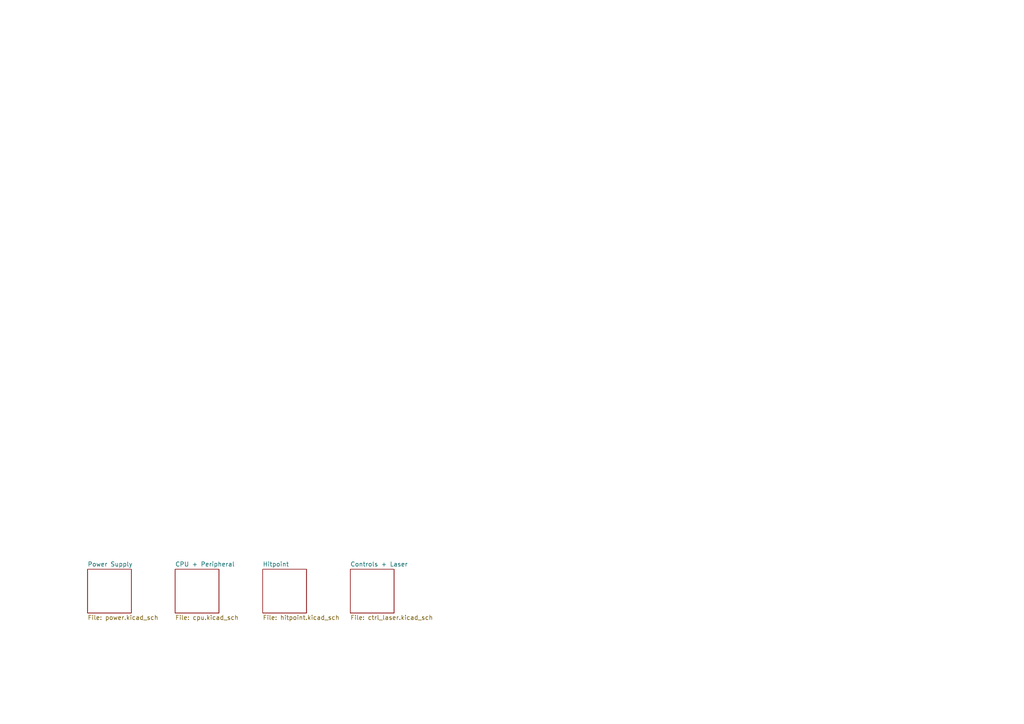
<source format=kicad_sch>
(kicad_sch (version 20211123) (generator eeschema)
  (paper "A4")
  (lib_symbols)
  (sheet (at 76.2 165.1) (size 12.7 12.7) (stroke (width 0.1524))
    (property "Sheet name" "Hitpoint" (at 76.2 164.3884 0) (effects (justify left bottom)))
    (property "Sheet file" "hitpoint.kicad_sch" (at 76.2 178.3846 0) (effects (justify left top)))
  )
  (sheet (at 50.8 165.1) (size 12.7 12.7) (stroke (width 0.1524))
    (property "Sheet name" "CPU + Peripheral" (at 50.8 164.3884 0) (effects (justify left bottom)))
    (property "Sheet file" "cpu.kicad_sch" (at 50.8 178.3846 0) (effects (justify left top)))
  )
  (sheet (at 101.6 165.1) (size 12.7 12.7) (stroke (width 0.1524))
    (property "Sheet name" "Controls + Laser" (at 101.6 164.3884 0) (effects (justify left bottom)))
    (property "Sheet file" "ctrl_laser.kicad_sch" (at 101.6 178.3846 0) (effects (justify left top)))
  )
  (sheet (at 25.4 165.1) (size 12.7 12.7) (stroke (width 0.1524))
    (property "Sheet name" "Power Supply" (at 25.4 164.3884 0) (effects (justify left bottom)))
    (property "Sheet file" "power.kicad_sch" (at 25.4 178.3846 0) (effects (justify left top)))
  )
)
</source>
